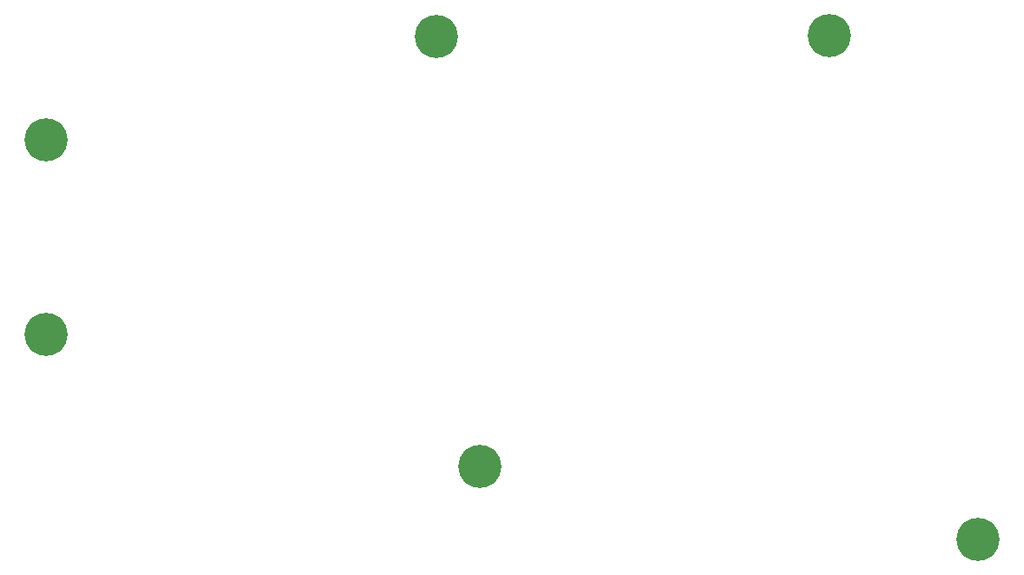
<source format=gbr>
%TF.GenerationSoftware,KiCad,Pcbnew,(6.0.0)*%
%TF.CreationDate,2022-01-01T14:13:38+04:00*%
%TF.ProjectId,bottom plate,626f7474-6f6d-4207-906c-6174652e6b69,rev?*%
%TF.SameCoordinates,Original*%
%TF.FileFunction,Soldermask,Bot*%
%TF.FilePolarity,Negative*%
%FSLAX46Y46*%
G04 Gerber Fmt 4.6, Leading zero omitted, Abs format (unit mm)*
G04 Created by KiCad (PCBNEW (6.0.0)) date 2022-01-01 14:13:38*
%MOMM*%
%LPD*%
G01*
G04 APERTURE LIST*
%ADD10C,4.200000*%
G04 APERTURE END LIST*
D10*
%TO.C,*%
X193110000Y-122980001D03*
%TD*%
%TO.C,*%
X140329663Y-73904498D03*
%TD*%
%TO.C,*%
X102300001Y-102920001D03*
%TD*%
%TO.C,*%
X178570000Y-73810000D03*
%TD*%
%TO.C,*%
X144580002Y-115859999D03*
%TD*%
%TO.C,*%
X102300000Y-83960000D03*
%TD*%
M02*

</source>
